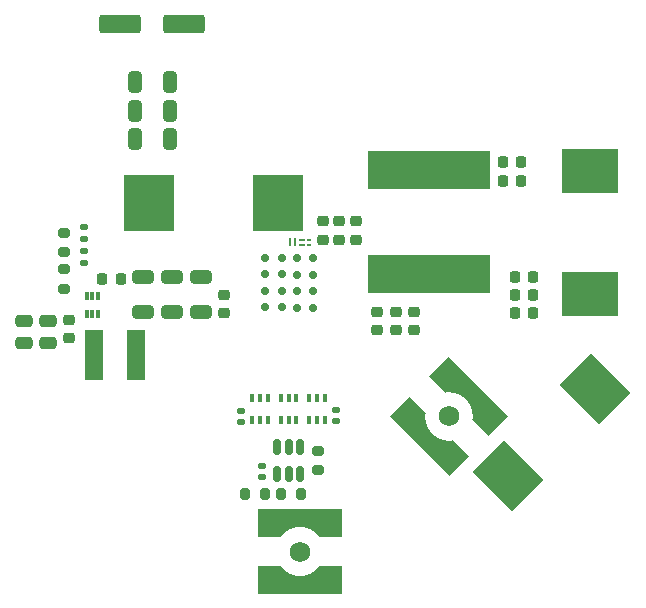
<source format=gbr>
%TF.GenerationSoftware,KiCad,Pcbnew,8.0.0*%
%TF.CreationDate,2024-05-06T14:27:36-07:00*%
%TF.ProjectId,phi2_50MHz_EPC8010,70686932-5f35-4304-9d48-7a5f45504338,rev?*%
%TF.SameCoordinates,Original*%
%TF.FileFunction,Paste,Top*%
%TF.FilePolarity,Positive*%
%FSLAX46Y46*%
G04 Gerber Fmt 4.6, Leading zero omitted, Abs format (unit mm)*
G04 Created by KiCad (PCBNEW 8.0.0) date 2024-05-06 14:27:36*
%MOMM*%
%LPD*%
G01*
G04 APERTURE LIST*
G04 Aperture macros list*
%AMRoundRect*
0 Rectangle with rounded corners*
0 $1 Rounding radius*
0 $2 $3 $4 $5 $6 $7 $8 $9 X,Y pos of 4 corners*
0 Add a 4 corners polygon primitive as box body*
4,1,4,$2,$3,$4,$5,$6,$7,$8,$9,$2,$3,0*
0 Add four circle primitives for the rounded corners*
1,1,$1+$1,$2,$3*
1,1,$1+$1,$4,$5*
1,1,$1+$1,$6,$7*
1,1,$1+$1,$8,$9*
0 Add four rect primitives between the rounded corners*
20,1,$1+$1,$2,$3,$4,$5,0*
20,1,$1+$1,$4,$5,$6,$7,0*
20,1,$1+$1,$6,$7,$8,$9,0*
20,1,$1+$1,$8,$9,$2,$3,0*%
%AMRotRect*
0 Rectangle, with rotation*
0 The origin of the aperture is its center*
0 $1 length*
0 $2 width*
0 $3 Rotation angle, in degrees counterclockwise*
0 Add horizontal line*
21,1,$1,$2,0,0,$3*%
%AMFreePoly0*
4,1,25,-1.500000,1.420000,-1.360000,1.280000,-1.205000,1.155000,-1.035000,1.045000,-0.860000,0.950000,-0.675001,0.875000,-0.480000,0.820000,-0.280000,0.780000,-0.085000,0.765000,0.085000,0.765000,0.280000,0.780000,0.480000,0.820000,0.675001,0.875000,0.860000,0.950000,1.035000,1.045000,1.205000,1.155000,1.360000,1.280000,1.500000,1.420000,1.645000,1.595000,3.555000,1.595000,
3.555000,-0.755000,-3.555000,-0.755000,-3.555000,1.595000,-1.645000,1.595000,-1.500000,1.420000,-1.500000,1.420000,$1*%
G04 Aperture macros list end*
%ADD10RoundRect,0.034800X0.081200X0.261200X-0.081200X0.261200X-0.081200X-0.261200X0.081200X-0.261200X0*%
%ADD11RoundRect,0.033300X-0.191700X0.077700X-0.191700X-0.077700X0.191700X-0.077700X0.191700X0.077700X0*%
%ADD12RoundRect,0.033300X0.102700X0.077700X-0.102700X0.077700X-0.102700X-0.077700X0.102700X-0.077700X0*%
%ADD13C,1.730000*%
%ADD14FreePoly0,315.000000*%
%ADD15FreePoly0,135.000000*%
%ADD16FreePoly0,180.000000*%
%ADD17FreePoly0,0.000000*%
%ADD18R,4.320000X4.700000*%
%ADD19RoundRect,0.250000X-0.325000X-0.650000X0.325000X-0.650000X0.325000X0.650000X-0.325000X0.650000X0*%
%ADD20RoundRect,0.150000X0.150000X0.200000X-0.150000X0.200000X-0.150000X-0.200000X0.150000X-0.200000X0*%
%ADD21RoundRect,0.150000X0.150000X-0.512500X0.150000X0.512500X-0.150000X0.512500X-0.150000X-0.512500X0*%
%ADD22R,10.340000X3.300000*%
%ADD23RoundRect,0.225000X-0.250000X0.225000X-0.250000X-0.225000X0.250000X-0.225000X0.250000X0.225000X0*%
%ADD24R,4.700000X3.810000*%
%ADD25RoundRect,0.250000X0.650000X-0.325000X0.650000X0.325000X-0.650000X0.325000X-0.650000X-0.325000X0*%
%ADD26RoundRect,0.200000X-0.275000X0.200000X-0.275000X-0.200000X0.275000X-0.200000X0.275000X0.200000X0*%
%ADD27RoundRect,0.225000X0.225000X0.250000X-0.225000X0.250000X-0.225000X-0.250000X0.225000X-0.250000X0*%
%ADD28RoundRect,0.250000X-0.475000X0.250000X-0.475000X-0.250000X0.475000X-0.250000X0.475000X0.250000X0*%
%ADD29R,0.300000X0.660000*%
%ADD30RoundRect,0.140000X-0.170000X0.140000X-0.170000X-0.140000X0.170000X-0.140000X0.170000X0.140000X0*%
%ADD31RoundRect,0.085000X0.085000X-0.265000X0.085000X0.265000X-0.085000X0.265000X-0.085000X-0.265000X0*%
%ADD32RoundRect,0.140000X0.170000X-0.140000X0.170000X0.140000X-0.170000X0.140000X-0.170000X-0.140000X0*%
%ADD33RoundRect,0.200000X0.200000X0.275000X-0.200000X0.275000X-0.200000X-0.275000X0.200000X-0.275000X0*%
%ADD34RoundRect,0.225000X-0.225000X-0.250000X0.225000X-0.250000X0.225000X0.250000X-0.225000X0.250000X0*%
%ADD35R,1.500000X4.200000*%
%ADD36RoundRect,0.200000X-0.200000X-0.275000X0.200000X-0.275000X0.200000X0.275000X-0.200000X0.275000X0*%
%ADD37RoundRect,0.250000X-1.500000X-0.550000X1.500000X-0.550000X1.500000X0.550000X-1.500000X0.550000X0*%
%ADD38RoundRect,0.135000X0.185000X-0.135000X0.185000X0.135000X-0.185000X0.135000X-0.185000X-0.135000X0*%
%ADD39RoundRect,0.225000X0.250000X-0.225000X0.250000X0.225000X-0.250000X0.225000X-0.250000X-0.225000X0*%
%ADD40RotRect,3.810000X4.700000X225.000000*%
G04 APERTURE END LIST*
D10*
%TO.C,Q1*%
X43440000Y-35110000D03*
X43840000Y-35110000D03*
D11*
X44440000Y-35310000D03*
X44440000Y-34910000D03*
D12*
X45040000Y-35310000D03*
X45040000Y-34910000D03*
%TD*%
D13*
%TO.C,J2*%
X56910000Y-49850000D03*
D14*
X54930101Y-51829899D03*
D15*
X58889899Y-47870101D03*
%TD*%
D13*
%TO.C,J1*%
X44320000Y-61290000D03*
D16*
X44320000Y-58490000D03*
D17*
X44320000Y-64090000D03*
%TD*%
D18*
%TO.C,L1*%
X31510000Y-31740000D03*
X42430000Y-31740000D03*
%TD*%
D19*
%TO.C,C4*%
X30345000Y-26370000D03*
X33295000Y-26370000D03*
%TD*%
D20*
%TO.C,D8*%
X44012500Y-40640000D03*
X45412500Y-40640000D03*
%TD*%
D19*
%TO.C,C2*%
X30345000Y-21570000D03*
X33295000Y-21570000D03*
%TD*%
D21*
%TO.C,U4*%
X42370000Y-54722500D03*
X43320000Y-54722500D03*
X44270000Y-54722500D03*
X44270000Y-52447500D03*
X43320000Y-52447500D03*
X42370000Y-52447500D03*
%TD*%
D22*
%TO.C,L2*%
X55230000Y-28960000D03*
X55230000Y-37800000D03*
%TD*%
D23*
%TO.C,C19*%
X47610000Y-33335000D03*
X47610000Y-34885000D03*
%TD*%
D24*
%TO.C,L3*%
X68860000Y-29095000D03*
X68860000Y-39505000D03*
%TD*%
D25*
%TO.C,C28*%
X30970000Y-40995000D03*
X30970000Y-38045000D03*
%TD*%
D23*
%TO.C,C20*%
X49020000Y-34885000D03*
X49020000Y-33335000D03*
%TD*%
D26*
%TO.C,R7*%
X24320000Y-37395000D03*
X24320000Y-39045000D03*
%TD*%
D27*
%TO.C,C12*%
X64005000Y-38030000D03*
X62455000Y-38030000D03*
%TD*%
D25*
%TO.C,C26*%
X35870000Y-40995000D03*
X35870000Y-38045000D03*
%TD*%
D27*
%TO.C,C21*%
X64005000Y-39580000D03*
X62455000Y-39580000D03*
%TD*%
D28*
%TO.C,C24*%
X22970000Y-41740000D03*
X22970000Y-43640000D03*
%TD*%
D19*
%TO.C,C3*%
X30345000Y-23970000D03*
X33295000Y-23970000D03*
%TD*%
D29*
%TO.C,U5*%
X40270000Y-50115000D03*
X40920000Y-50115000D03*
X41570000Y-50115000D03*
X41570000Y-48275000D03*
X40920000Y-48275000D03*
X40270000Y-48275000D03*
%TD*%
D30*
%TO.C,C10*%
X41070000Y-54055000D03*
X41070000Y-55015000D03*
%TD*%
D20*
%TO.C,D4*%
X41370000Y-40620000D03*
X42770000Y-40620000D03*
%TD*%
%TO.C,D3*%
X41370000Y-39220000D03*
X42770000Y-39220000D03*
%TD*%
%TO.C,D1*%
X41370000Y-36420000D03*
X42770000Y-36420000D03*
%TD*%
%TO.C,D7*%
X44012500Y-39240000D03*
X45412500Y-39240000D03*
%TD*%
D25*
%TO.C,C27*%
X33470000Y-40995000D03*
X33470000Y-38045000D03*
%TD*%
D23*
%TO.C,C15*%
X46280000Y-33335000D03*
X46280000Y-34885000D03*
%TD*%
D31*
%TO.C,U1*%
X26220000Y-41170000D03*
X26720000Y-41170000D03*
X27220000Y-41170000D03*
X27220000Y-39670000D03*
X26720000Y-39670000D03*
X26220000Y-39670000D03*
%TD*%
D20*
%TO.C,D2*%
X41370000Y-37820000D03*
X42770000Y-37820000D03*
%TD*%
D32*
%TO.C,C8*%
X39320000Y-50325000D03*
X39320000Y-49365000D03*
%TD*%
D23*
%TO.C,C7*%
X50780000Y-40980000D03*
X50780000Y-42530000D03*
%TD*%
%TO.C,C25*%
X24770000Y-41695000D03*
X24770000Y-43245000D03*
%TD*%
D33*
%TO.C,R6*%
X41295000Y-56435000D03*
X39645000Y-56435000D03*
%TD*%
D20*
%TO.C,D5*%
X44010000Y-36450000D03*
X45410000Y-36450000D03*
%TD*%
D23*
%TO.C,C5*%
X53930000Y-40980000D03*
X53930000Y-42530000D03*
%TD*%
D26*
%TO.C,R3*%
X24320000Y-34295000D03*
X24320000Y-35945000D03*
%TD*%
D34*
%TO.C,C13*%
X61455000Y-28330000D03*
X63005000Y-28330000D03*
%TD*%
D26*
%TO.C,R5*%
X45820000Y-52760000D03*
X45820000Y-54410000D03*
%TD*%
D35*
%TO.C,L5*%
X26820000Y-44670000D03*
X30420000Y-44670000D03*
%TD*%
D36*
%TO.C,R4*%
X42695000Y-56435000D03*
X44345000Y-56435000D03*
%TD*%
D37*
%TO.C,C1*%
X29070000Y-16620000D03*
X34470000Y-16620000D03*
%TD*%
D38*
%TO.C,R2*%
X25970000Y-34870000D03*
X25970000Y-33850000D03*
%TD*%
D39*
%TO.C,C29*%
X37870000Y-41095000D03*
X37870000Y-39545000D03*
%TD*%
D40*
%TO.C,L4*%
X69240491Y-47539509D03*
X61879509Y-54900491D03*
%TD*%
D20*
%TO.C,D6*%
X44012500Y-37850000D03*
X45412500Y-37850000D03*
%TD*%
D29*
%TO.C,U6*%
X42670000Y-50115000D03*
X43320000Y-50115000D03*
X43970000Y-50115000D03*
X43970000Y-48275000D03*
X43320000Y-48275000D03*
X42670000Y-48275000D03*
%TD*%
D27*
%TO.C,C18*%
X29095000Y-38220000D03*
X27545000Y-38220000D03*
%TD*%
D38*
%TO.C,R1*%
X25970000Y-36880000D03*
X25970000Y-35860000D03*
%TD*%
D34*
%TO.C,C14*%
X61455000Y-29880000D03*
X63005000Y-29880000D03*
%TD*%
D23*
%TO.C,C6*%
X52380000Y-40980000D03*
X52380000Y-42530000D03*
%TD*%
D32*
%TO.C,C11*%
X47320000Y-50275000D03*
X47320000Y-49315000D03*
%TD*%
D28*
%TO.C,C23*%
X20920000Y-41740000D03*
X20920000Y-43640000D03*
%TD*%
D29*
%TO.C,U7*%
X45070000Y-50115000D03*
X45720000Y-50115000D03*
X46370000Y-50115000D03*
X46370000Y-48275000D03*
X45720000Y-48275000D03*
X45070000Y-48275000D03*
%TD*%
D27*
%TO.C,C22*%
X64005000Y-41130000D03*
X62455000Y-41130000D03*
%TD*%
M02*

</source>
